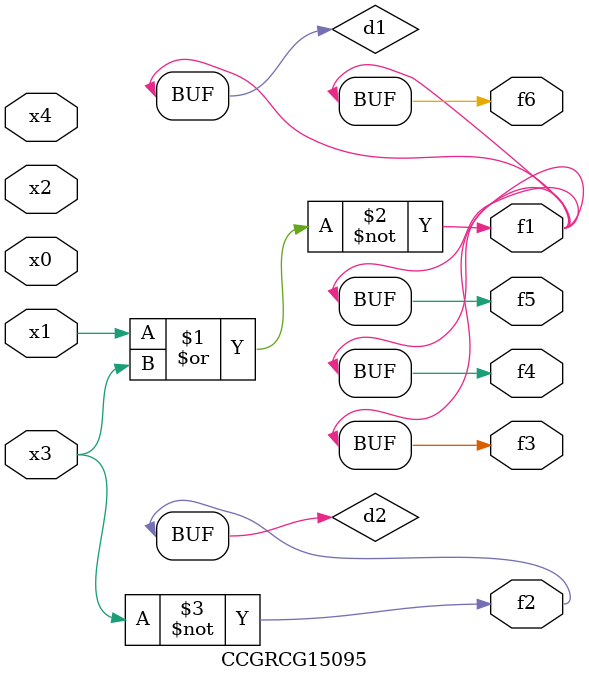
<source format=v>
module CCGRCG15095(
	input x0, x1, x2, x3, x4,
	output f1, f2, f3, f4, f5, f6
);

	wire d1, d2;

	nor (d1, x1, x3);
	not (d2, x3);
	assign f1 = d1;
	assign f2 = d2;
	assign f3 = d1;
	assign f4 = d1;
	assign f5 = d1;
	assign f6 = d1;
endmodule

</source>
